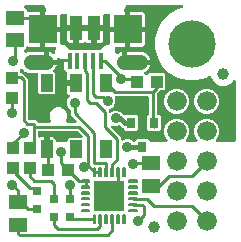
<source format=gbr>
G04 EAGLE Gerber RS-274X export*
G75*
%MOMM*%
%FSLAX34Y34*%
%LPD*%
%INTop Copper*%
%IPPOS*%
%AMOC8*
5,1,8,0,0,1.08239X$1,22.5*%
G01*
%ADD10C,0.140000*%
%ADD11R,2.500000X2.500000*%
%ADD12R,2.413000X2.413000*%
%ADD13C,1.308000*%
%ADD14R,0.400000X1.350000*%
%ADD15R,1.000000X2.000000*%
%ADD16R,1.500000X1.240000*%
%ADD17C,1.000000*%
%ADD18R,0.800000X0.800000*%
%ADD19R,1.000000X1.075000*%
%ADD20C,4.016000*%
%ADD21R,1.075000X1.000000*%
%ADD22C,1.676400*%
%ADD23R,0.787400X0.889000*%
%ADD24R,1.000000X1.500000*%
%ADD25C,0.254000*%
%ADD26C,0.906400*%
%ADD27C,0.406400*%

G36*
X111243Y82566D02*
X111243Y82566D01*
X111362Y82573D01*
X111400Y82586D01*
X111441Y82591D01*
X111551Y82634D01*
X111664Y82671D01*
X111699Y82693D01*
X111736Y82708D01*
X111832Y82778D01*
X111933Y82841D01*
X111961Y82871D01*
X111994Y82894D01*
X112070Y82986D01*
X112151Y83073D01*
X112171Y83108D01*
X112196Y83139D01*
X112245Y83243D01*
X113585Y84583D01*
X123143Y84583D01*
X124470Y83256D01*
X124476Y83246D01*
X124491Y83209D01*
X124560Y83113D01*
X124624Y83012D01*
X124654Y82984D01*
X124677Y82951D01*
X124769Y82876D01*
X124856Y82794D01*
X124891Y82774D01*
X124922Y82749D01*
X125030Y82698D01*
X125134Y82640D01*
X125174Y82630D01*
X125210Y82613D01*
X125327Y82591D01*
X125442Y82561D01*
X125502Y82557D01*
X125522Y82553D01*
X125543Y82555D01*
X125603Y82551D01*
X138416Y82551D01*
X138554Y82568D01*
X138693Y82581D01*
X138712Y82588D01*
X138732Y82591D01*
X138861Y82642D01*
X138992Y82689D01*
X139009Y82700D01*
X139028Y82708D01*
X139140Y82789D01*
X139255Y82867D01*
X139269Y82883D01*
X139285Y82894D01*
X139374Y83002D01*
X139466Y83106D01*
X139475Y83124D01*
X139488Y83139D01*
X139547Y83265D01*
X139610Y83389D01*
X139615Y83409D01*
X139623Y83427D01*
X139649Y83564D01*
X139680Y83699D01*
X139679Y83720D01*
X139683Y83740D01*
X139674Y83878D01*
X139670Y84017D01*
X139665Y84037D01*
X139663Y84057D01*
X139621Y84189D01*
X139582Y84323D01*
X139571Y84340D01*
X139565Y84359D01*
X139491Y84477D01*
X139420Y84597D01*
X139402Y84618D01*
X139395Y84628D01*
X139380Y84642D01*
X139314Y84718D01*
X138491Y85541D01*
X136905Y89368D01*
X136905Y93512D01*
X138491Y97339D01*
X141421Y100269D01*
X145248Y101855D01*
X149392Y101855D01*
X153219Y100269D01*
X156149Y97339D01*
X157735Y93512D01*
X157735Y89368D01*
X156149Y85541D01*
X155326Y84718D01*
X155241Y84608D01*
X155152Y84501D01*
X155144Y84482D01*
X155131Y84466D01*
X155076Y84339D01*
X155017Y84213D01*
X155013Y84193D01*
X155005Y84174D01*
X154983Y84036D01*
X154957Y83901D01*
X154958Y83880D01*
X154955Y83860D01*
X154968Y83721D01*
X154977Y83583D01*
X154983Y83564D01*
X154985Y83544D01*
X155032Y83412D01*
X155075Y83281D01*
X155086Y83263D01*
X155092Y83244D01*
X155171Y83129D01*
X155245Y83012D01*
X155260Y82998D01*
X155271Y82981D01*
X155375Y82889D01*
X155477Y82794D01*
X155494Y82784D01*
X155509Y82771D01*
X155633Y82708D01*
X155755Y82640D01*
X155775Y82635D01*
X155793Y82626D01*
X155929Y82596D01*
X156063Y82561D01*
X156091Y82559D01*
X156103Y82557D01*
X156123Y82557D01*
X156224Y82551D01*
X163816Y82551D01*
X163954Y82568D01*
X164093Y82581D01*
X164112Y82588D01*
X164132Y82591D01*
X164261Y82642D01*
X164392Y82689D01*
X164409Y82700D01*
X164428Y82708D01*
X164540Y82789D01*
X164655Y82867D01*
X164669Y82883D01*
X164685Y82894D01*
X164774Y83002D01*
X164866Y83106D01*
X164875Y83124D01*
X164888Y83139D01*
X164947Y83265D01*
X165010Y83389D01*
X165015Y83409D01*
X165023Y83427D01*
X165049Y83564D01*
X165080Y83699D01*
X165079Y83720D01*
X165083Y83740D01*
X165074Y83878D01*
X165070Y84017D01*
X165065Y84037D01*
X165063Y84057D01*
X165021Y84189D01*
X164982Y84323D01*
X164971Y84340D01*
X164965Y84359D01*
X164891Y84477D01*
X164820Y84597D01*
X164802Y84618D01*
X164795Y84628D01*
X164780Y84642D01*
X164714Y84718D01*
X163891Y85541D01*
X162305Y89368D01*
X162305Y93512D01*
X163891Y97339D01*
X166821Y100269D01*
X170648Y101855D01*
X174792Y101855D01*
X178619Y100269D01*
X181549Y97339D01*
X183135Y93512D01*
X183135Y89368D01*
X181549Y85541D01*
X180726Y84718D01*
X180641Y84608D01*
X180552Y84501D01*
X180544Y84482D01*
X180531Y84466D01*
X180476Y84339D01*
X180417Y84213D01*
X180413Y84193D01*
X180405Y84174D01*
X180383Y84036D01*
X180357Y83901D01*
X180358Y83880D01*
X180355Y83860D01*
X180368Y83721D01*
X180377Y83583D01*
X180383Y83564D01*
X180385Y83544D01*
X180432Y83412D01*
X180475Y83281D01*
X180486Y83263D01*
X180492Y83244D01*
X180571Y83129D01*
X180645Y83012D01*
X180660Y82998D01*
X180671Y82981D01*
X180775Y82889D01*
X180877Y82794D01*
X180894Y82784D01*
X180909Y82771D01*
X181033Y82708D01*
X181155Y82640D01*
X181175Y82635D01*
X181193Y82626D01*
X181329Y82596D01*
X181463Y82561D01*
X181491Y82559D01*
X181503Y82557D01*
X181523Y82557D01*
X181624Y82551D01*
X196088Y82551D01*
X196206Y82566D01*
X196325Y82573D01*
X196363Y82586D01*
X196404Y82591D01*
X196514Y82634D01*
X196627Y82671D01*
X196662Y82693D01*
X196699Y82708D01*
X196795Y82778D01*
X196896Y82841D01*
X196924Y82871D01*
X196957Y82894D01*
X197033Y82986D01*
X197114Y83073D01*
X197134Y83108D01*
X197159Y83139D01*
X197210Y83247D01*
X197268Y83351D01*
X197278Y83391D01*
X197295Y83427D01*
X197317Y83544D01*
X197347Y83659D01*
X197351Y83720D01*
X197355Y83740D01*
X197353Y83760D01*
X197357Y83820D01*
X197357Y133438D01*
X197339Y133582D01*
X197324Y133727D01*
X197319Y133740D01*
X197317Y133753D01*
X197264Y133889D01*
X197213Y134025D01*
X197205Y134037D01*
X197200Y134049D01*
X197115Y134167D01*
X197032Y134287D01*
X197021Y134296D01*
X197014Y134306D01*
X196902Y134399D01*
X196791Y134495D01*
X196779Y134501D01*
X196769Y134509D01*
X196637Y134571D01*
X196506Y134636D01*
X196493Y134639D01*
X196481Y134645D01*
X196339Y134672D01*
X196195Y134703D01*
X196182Y134702D01*
X196169Y134705D01*
X196024Y134696D01*
X195878Y134690D01*
X195864Y134686D01*
X195851Y134685D01*
X195713Y134640D01*
X195573Y134598D01*
X195561Y134591D01*
X195549Y134587D01*
X195426Y134509D01*
X195301Y134434D01*
X195291Y134424D01*
X195280Y134417D01*
X195180Y134311D01*
X195078Y134207D01*
X195068Y134191D01*
X195062Y134185D01*
X195054Y134170D01*
X194989Y134073D01*
X194011Y132379D01*
X189370Y129699D01*
X184010Y129699D01*
X179369Y132379D01*
X176689Y137020D01*
X176689Y137299D01*
X176673Y137431D01*
X176662Y137563D01*
X176653Y137588D01*
X176649Y137615D01*
X176601Y137738D01*
X176557Y137863D01*
X176542Y137886D01*
X176532Y137911D01*
X176455Y138018D01*
X176381Y138128D01*
X176361Y138146D01*
X176346Y138168D01*
X176243Y138253D01*
X176145Y138341D01*
X176121Y138354D01*
X176101Y138371D01*
X175981Y138427D01*
X175864Y138489D01*
X175837Y138495D01*
X175813Y138506D01*
X175683Y138531D01*
X175554Y138562D01*
X175527Y138561D01*
X175501Y138566D01*
X175369Y138558D01*
X175236Y138555D01*
X175210Y138548D01*
X175183Y138546D01*
X175057Y138506D01*
X174930Y138470D01*
X174895Y138453D01*
X174881Y138448D01*
X174862Y138437D01*
X174785Y138399D01*
X171968Y136772D01*
X164083Y134659D01*
X155921Y134659D01*
X148036Y136772D01*
X140967Y140853D01*
X135195Y146625D01*
X131114Y153694D01*
X129001Y161579D01*
X129001Y169741D01*
X131114Y177626D01*
X135195Y184695D01*
X140967Y190467D01*
X148036Y194548D01*
X152052Y195624D01*
X152193Y195682D01*
X152334Y195738D01*
X152340Y195742D01*
X152346Y195744D01*
X152469Y195835D01*
X152592Y195924D01*
X152596Y195930D01*
X152601Y195934D01*
X152697Y196052D01*
X152795Y196169D01*
X152797Y196176D01*
X152802Y196181D01*
X152865Y196319D01*
X152930Y196457D01*
X152931Y196464D01*
X152934Y196470D01*
X152961Y196620D01*
X152990Y196770D01*
X152989Y196776D01*
X152991Y196783D01*
X152980Y196936D01*
X152970Y197087D01*
X152968Y197093D01*
X152968Y197100D01*
X152919Y197246D01*
X152872Y197389D01*
X152869Y197395D01*
X152866Y197402D01*
X152783Y197531D01*
X152702Y197658D01*
X152697Y197663D01*
X152693Y197668D01*
X152580Y197772D01*
X152470Y197876D01*
X152464Y197879D01*
X152459Y197884D01*
X152324Y197957D01*
X152192Y198030D01*
X152185Y198031D01*
X152179Y198034D01*
X152031Y198071D01*
X151884Y198109D01*
X151875Y198110D01*
X151871Y198111D01*
X151860Y198111D01*
X151723Y198119D01*
X105195Y198119D01*
X105166Y198116D01*
X105136Y198118D01*
X105008Y198096D01*
X104879Y198079D01*
X104852Y198069D01*
X104823Y198064D01*
X104704Y198010D01*
X104584Y197962D01*
X104560Y197945D01*
X104533Y197933D01*
X104432Y197852D01*
X104326Y197776D01*
X104308Y197753D01*
X104285Y197734D01*
X104206Y197631D01*
X104124Y197531D01*
X104111Y197504D01*
X104093Y197480D01*
X104022Y197336D01*
X102691Y194121D01*
X102685Y194099D01*
X102646Y194018D01*
X102643Y193999D01*
X102635Y193981D01*
X102613Y193843D01*
X102609Y193823D01*
X102607Y193814D01*
X102607Y193810D01*
X102587Y193705D01*
X102588Y193686D01*
X102585Y193667D01*
X102598Y193528D01*
X102606Y193388D01*
X102612Y193370D01*
X102614Y193351D01*
X102661Y193218D01*
X102704Y193086D01*
X102715Y193069D01*
X102721Y193051D01*
X102800Y192935D01*
X102875Y192817D01*
X102889Y192804D01*
X102899Y192788D01*
X103004Y192695D01*
X103106Y192599D01*
X103123Y192590D01*
X103137Y192577D01*
X103262Y192513D01*
X103385Y192445D01*
X103403Y192441D01*
X103421Y192432D01*
X103557Y192401D01*
X103601Y192390D01*
X103601Y188070D01*
X103601Y188068D01*
X103601Y188066D01*
X103621Y187905D01*
X103641Y187754D01*
X103641Y187752D01*
X103642Y187750D01*
X103703Y187598D01*
X103758Y187459D01*
X103759Y187457D01*
X103759Y187455D01*
X103856Y187323D01*
X103944Y187201D01*
X103946Y187200D01*
X103947Y187198D01*
X104067Y187100D01*
X104189Y186998D01*
X104191Y186998D01*
X104193Y186996D01*
X104341Y186927D01*
X104477Y186863D01*
X104479Y186863D01*
X104481Y186862D01*
X104639Y186832D01*
X104789Y186803D01*
X104791Y186803D01*
X104793Y186803D01*
X104954Y186803D01*
X105560Y186844D01*
X105575Y186847D01*
X105590Y186846D01*
X105710Y186872D01*
X105766Y186869D01*
X105770Y186869D01*
X105773Y186868D01*
X105934Y186869D01*
X105956Y186870D01*
X105966Y186869D01*
X105980Y186865D01*
X106140Y186844D01*
X106746Y186803D01*
X106748Y186803D01*
X106750Y186803D01*
X106907Y186813D01*
X107063Y186822D01*
X107065Y186823D01*
X107067Y186823D01*
X107217Y186871D01*
X107366Y186919D01*
X107368Y186920D01*
X107369Y186921D01*
X107503Y187005D01*
X107635Y187089D01*
X107636Y187090D01*
X107638Y187091D01*
X107749Y187208D01*
X107854Y187319D01*
X107855Y187321D01*
X107856Y187323D01*
X107929Y187455D01*
X108008Y187598D01*
X108009Y187599D01*
X108010Y187601D01*
X108048Y187750D01*
X108089Y187905D01*
X108089Y187907D01*
X108089Y187909D01*
X108099Y188070D01*
X108099Y192356D01*
X118249Y192356D01*
X118896Y192183D01*
X119475Y191848D01*
X119948Y191375D01*
X120283Y190796D01*
X120456Y190149D01*
X120456Y179999D01*
X114160Y179999D01*
X114042Y179984D01*
X113923Y179977D01*
X113885Y179964D01*
X113844Y179959D01*
X113734Y179916D01*
X113621Y179879D01*
X113586Y179857D01*
X113549Y179842D01*
X113453Y179773D01*
X113352Y179709D01*
X113324Y179679D01*
X113291Y179656D01*
X113215Y179564D01*
X113134Y179477D01*
X113114Y179442D01*
X113089Y179411D01*
X113038Y179303D01*
X112980Y179199D01*
X112970Y179159D01*
X112953Y179123D01*
X112931Y179006D01*
X112901Y178891D01*
X112897Y178831D01*
X112893Y178811D01*
X112895Y178790D01*
X112891Y178730D01*
X112891Y176770D01*
X112906Y176652D01*
X112913Y176533D01*
X112926Y176495D01*
X112931Y176454D01*
X112974Y176344D01*
X113011Y176231D01*
X113033Y176196D01*
X113048Y176159D01*
X113117Y176062D01*
X113181Y175962D01*
X113211Y175934D01*
X113234Y175901D01*
X113326Y175825D01*
X113413Y175744D01*
X113448Y175724D01*
X113479Y175699D01*
X113587Y175648D01*
X113691Y175590D01*
X113731Y175580D01*
X113767Y175563D01*
X113884Y175541D01*
X113999Y175511D01*
X114059Y175507D01*
X114079Y175503D01*
X114100Y175505D01*
X114160Y175501D01*
X120456Y175501D01*
X120456Y165351D01*
X120283Y164704D01*
X119948Y164125D01*
X119475Y163652D01*
X118896Y163317D01*
X118249Y163144D01*
X108099Y163144D01*
X108099Y167440D01*
X108084Y167558D01*
X108077Y167677D01*
X108064Y167715D01*
X108059Y167756D01*
X108016Y167866D01*
X107979Y167979D01*
X107957Y168014D01*
X107942Y168051D01*
X107873Y168147D01*
X107809Y168248D01*
X107779Y168276D01*
X107756Y168309D01*
X107664Y168385D01*
X107577Y168466D01*
X107542Y168486D01*
X107511Y168511D01*
X107403Y168562D01*
X107299Y168620D01*
X107259Y168630D01*
X107223Y168647D01*
X107106Y168669D01*
X106991Y168699D01*
X106931Y168703D01*
X106911Y168707D01*
X106890Y168705D01*
X106830Y168709D01*
X104870Y168709D01*
X104752Y168694D01*
X104633Y168687D01*
X104595Y168674D01*
X104554Y168669D01*
X104444Y168626D01*
X104331Y168589D01*
X104296Y168567D01*
X104259Y168552D01*
X104162Y168483D01*
X104062Y168419D01*
X104034Y168389D01*
X104001Y168366D01*
X103925Y168274D01*
X103844Y168187D01*
X103824Y168152D01*
X103799Y168121D01*
X103748Y168013D01*
X103690Y167909D01*
X103680Y167869D01*
X103663Y167833D01*
X103641Y167716D01*
X103611Y167601D01*
X103607Y167541D01*
X103603Y167521D01*
X103605Y167500D01*
X103601Y167440D01*
X103601Y163144D01*
X95968Y163144D01*
X95918Y163138D01*
X95869Y163140D01*
X95761Y163118D01*
X95652Y163104D01*
X95606Y163086D01*
X95557Y163076D01*
X95459Y163028D01*
X95357Y162987D01*
X95316Y162958D01*
X95272Y162936D01*
X95188Y162865D01*
X95099Y162801D01*
X95068Y162762D01*
X95030Y162730D01*
X94967Y162640D01*
X94896Y162556D01*
X94875Y162511D01*
X94847Y162470D01*
X94808Y162367D01*
X94761Y162268D01*
X94752Y162219D01*
X94734Y162173D01*
X94722Y162063D01*
X94701Y161956D01*
X94704Y161906D01*
X94699Y161857D01*
X94714Y161748D01*
X94721Y161638D01*
X94736Y161591D01*
X94743Y161542D01*
X94795Y161389D01*
X95391Y159952D01*
X95391Y158046D01*
X95396Y158006D01*
X95393Y157967D01*
X95416Y157849D01*
X95431Y157730D01*
X95445Y157693D01*
X95453Y157654D01*
X95504Y157546D01*
X95548Y157435D01*
X95571Y157403D01*
X95588Y157367D01*
X95664Y157274D01*
X95734Y157177D01*
X95765Y157152D01*
X95790Y157121D01*
X95887Y157051D01*
X95979Y156975D01*
X96015Y156958D01*
X96048Y156934D01*
X96159Y156890D01*
X96267Y156839D01*
X96306Y156832D01*
X96343Y156817D01*
X96462Y156802D01*
X96579Y156779D01*
X96619Y156782D01*
X96659Y156777D01*
X96777Y156792D01*
X96897Y156799D01*
X96935Y156811D01*
X96974Y156816D01*
X97086Y156860D01*
X97199Y156897D01*
X97233Y156918D01*
X97270Y156933D01*
X97406Y157019D01*
X98091Y157517D01*
X99364Y158165D01*
X100724Y158607D01*
X100851Y158627D01*
X100851Y150480D01*
X100866Y150362D01*
X100873Y150243D01*
X100885Y150205D01*
X100891Y150165D01*
X100934Y150054D01*
X100971Y149941D01*
X100993Y149907D01*
X101008Y149869D01*
X101077Y149773D01*
X101141Y149672D01*
X101171Y149644D01*
X101194Y149612D01*
X101286Y149536D01*
X101373Y149454D01*
X101408Y149435D01*
X101439Y149409D01*
X101547Y149358D01*
X101651Y149301D01*
X101691Y149291D01*
X101727Y149273D01*
X101844Y149251D01*
X101959Y149221D01*
X102019Y149217D01*
X102039Y149214D01*
X102060Y149215D01*
X102120Y149211D01*
X102311Y149211D01*
X102311Y149020D01*
X102326Y148902D01*
X102333Y148783D01*
X102346Y148745D01*
X102351Y148704D01*
X102395Y148594D01*
X102431Y148481D01*
X102453Y148446D01*
X102468Y148409D01*
X102538Y148312D01*
X102601Y148212D01*
X102631Y148184D01*
X102655Y148151D01*
X102746Y148075D01*
X102833Y147994D01*
X102868Y147974D01*
X102900Y147949D01*
X103007Y147898D01*
X103112Y147840D01*
X103151Y147830D01*
X103187Y147813D01*
X103304Y147791D01*
X103420Y147761D01*
X103480Y147757D01*
X103500Y147753D01*
X103520Y147755D01*
X103580Y147751D01*
X124807Y147751D01*
X124787Y147624D01*
X124345Y146264D01*
X123697Y144991D01*
X122856Y143834D01*
X121846Y142824D01*
X120689Y141983D01*
X120489Y141881D01*
X120488Y141881D01*
X120369Y141800D01*
X120226Y141703D01*
X120226Y141702D01*
X120225Y141702D01*
X120136Y141601D01*
X120015Y141464D01*
X119939Y141315D01*
X119871Y141181D01*
X119827Y140985D01*
X119801Y140871D01*
X119801Y140870D01*
X119806Y140699D01*
X119811Y140553D01*
X119811Y140552D01*
X119855Y140400D01*
X119899Y140247D01*
X119981Y140109D01*
X120061Y139973D01*
X120167Y139853D01*
X121023Y138997D01*
X121116Y138924D01*
X121206Y138845D01*
X121242Y138827D01*
X121274Y138802D01*
X121383Y138755D01*
X121489Y138701D01*
X121529Y138692D01*
X121566Y138676D01*
X121683Y138657D01*
X121799Y138631D01*
X121840Y138632D01*
X121880Y138626D01*
X121998Y138637D01*
X122117Y138641D01*
X122156Y138652D01*
X122196Y138656D01*
X122308Y138696D01*
X122423Y138729D01*
X122457Y138750D01*
X122496Y138763D01*
X122594Y138831D01*
X122697Y138891D01*
X122742Y138931D01*
X122759Y138942D01*
X122772Y138957D01*
X122818Y138997D01*
X124203Y140383D01*
X136637Y140383D01*
X137828Y139192D01*
X137828Y127508D01*
X136637Y126317D01*
X134054Y126317D01*
X133956Y126305D01*
X133857Y126302D01*
X133798Y126285D01*
X133738Y126277D01*
X133646Y126241D01*
X133551Y126213D01*
X133499Y126183D01*
X133443Y126160D01*
X133363Y126102D01*
X133277Y126052D01*
X133202Y125986D01*
X133185Y125974D01*
X133177Y125964D01*
X133156Y125946D01*
X130674Y123464D01*
X130614Y123385D01*
X130546Y123313D01*
X130517Y123260D01*
X130480Y123212D01*
X130440Y123121D01*
X130392Y123035D01*
X130377Y122976D01*
X130353Y122921D01*
X130338Y122823D01*
X130313Y122727D01*
X130307Y122627D01*
X130303Y122606D01*
X130305Y122594D01*
X130303Y122566D01*
X130303Y106172D01*
X130318Y106054D01*
X130325Y105935D01*
X130338Y105897D01*
X130343Y105856D01*
X130386Y105746D01*
X130423Y105633D01*
X130445Y105598D01*
X130460Y105561D01*
X130529Y105465D01*
X130593Y105364D01*
X130623Y105336D01*
X130646Y105303D01*
X130738Y105227D01*
X130825Y105146D01*
X130860Y105126D01*
X130891Y105101D01*
X130999Y105050D01*
X131103Y104992D01*
X131143Y104982D01*
X131179Y104965D01*
X131296Y104943D01*
X131411Y104913D01*
X131471Y104909D01*
X131491Y104905D01*
X131512Y104907D01*
X131572Y104903D01*
X132795Y104903D01*
X133986Y103712D01*
X133986Y93138D01*
X132795Y91947D01*
X130164Y91947D01*
X130066Y91935D01*
X129967Y91932D01*
X129908Y91915D01*
X129848Y91907D01*
X129756Y91871D01*
X129661Y91843D01*
X129609Y91813D01*
X129553Y91790D01*
X129473Y91732D01*
X129406Y91693D01*
X126627Y91693D01*
X126615Y91704D01*
X126562Y91733D01*
X126514Y91770D01*
X126423Y91810D01*
X126337Y91858D01*
X126278Y91873D01*
X126223Y91897D01*
X126125Y91912D01*
X126029Y91937D01*
X125929Y91943D01*
X125908Y91947D01*
X125896Y91945D01*
X125868Y91947D01*
X123237Y91947D01*
X122046Y93138D01*
X122046Y103712D01*
X123326Y104991D01*
X123386Y105069D01*
X123454Y105142D01*
X123483Y105195D01*
X123520Y105242D01*
X123560Y105333D01*
X123608Y105420D01*
X123623Y105479D01*
X123647Y105534D01*
X123662Y105632D01*
X123687Y105728D01*
X123693Y105828D01*
X123697Y105848D01*
X123695Y105861D01*
X123697Y105889D01*
X123697Y119888D01*
X123682Y120006D01*
X123675Y120125D01*
X123662Y120163D01*
X123657Y120204D01*
X123614Y120314D01*
X123577Y120427D01*
X123555Y120462D01*
X123540Y120499D01*
X123471Y120595D01*
X123407Y120696D01*
X123377Y120724D01*
X123354Y120757D01*
X123262Y120833D01*
X123175Y120914D01*
X123140Y120934D01*
X123109Y120959D01*
X123001Y121010D01*
X122897Y121068D01*
X122857Y121078D01*
X122821Y121095D01*
X122704Y121117D01*
X122589Y121147D01*
X122529Y121151D01*
X122509Y121155D01*
X122488Y121153D01*
X122428Y121157D01*
X96117Y121157D01*
X96068Y121151D01*
X96018Y121153D01*
X95911Y121131D01*
X95801Y121117D01*
X95755Y121099D01*
X95706Y121089D01*
X95608Y121041D01*
X95506Y121000D01*
X95465Y120971D01*
X95421Y120949D01*
X95337Y120878D01*
X95248Y120814D01*
X95217Y120775D01*
X95179Y120743D01*
X95116Y120653D01*
X95046Y120569D01*
X95024Y120524D01*
X94996Y120483D01*
X94957Y120380D01*
X94910Y120281D01*
X94901Y120232D01*
X94883Y120186D01*
X94871Y120076D01*
X94850Y119969D01*
X94853Y119919D01*
X94848Y119870D01*
X94863Y119761D01*
X94870Y119651D01*
X94885Y119604D01*
X94892Y119555D01*
X94944Y119402D01*
X95465Y118146D01*
X95465Y115534D01*
X94465Y113121D01*
X92619Y111275D01*
X90446Y110375D01*
X90421Y110360D01*
X90393Y110351D01*
X90359Y110330D01*
X90327Y110317D01*
X90261Y110269D01*
X90170Y110217D01*
X90149Y110197D01*
X90124Y110181D01*
X90090Y110145D01*
X90070Y110131D01*
X90028Y110080D01*
X89942Y109996D01*
X89926Y109971D01*
X89906Y109949D01*
X89878Y109898D01*
X89867Y109886D01*
X89847Y109842D01*
X89843Y109836D01*
X89775Y109725D01*
X89767Y109697D01*
X89752Y109671D01*
X89736Y109606D01*
X89732Y109598D01*
X89727Y109571D01*
X89720Y109545D01*
X89682Y109421D01*
X89680Y109392D01*
X89673Y109363D01*
X89663Y109202D01*
X89663Y108361D01*
X89680Y108223D01*
X89693Y108084D01*
X89700Y108065D01*
X89703Y108045D01*
X89754Y107916D01*
X89801Y107785D01*
X89812Y107768D01*
X89820Y107750D01*
X89901Y107637D01*
X89979Y107522D01*
X89995Y107509D01*
X90006Y107492D01*
X90114Y107403D01*
X90218Y107312D01*
X90236Y107302D01*
X90251Y107290D01*
X90377Y107230D01*
X90501Y107167D01*
X90521Y107163D01*
X90539Y107154D01*
X90675Y107128D01*
X90811Y107097D01*
X90832Y107098D01*
X90851Y107094D01*
X90990Y107103D01*
X91129Y107107D01*
X91149Y107113D01*
X91169Y107114D01*
X91301Y107157D01*
X91435Y107195D01*
X91452Y107206D01*
X91471Y107212D01*
X91589Y107286D01*
X91709Y107357D01*
X91730Y107376D01*
X91740Y107382D01*
X91754Y107397D01*
X91830Y107463D01*
X92166Y107800D01*
X94579Y108800D01*
X97191Y108800D01*
X99604Y107800D01*
X100732Y106671D01*
X100811Y106611D01*
X100883Y106543D01*
X100936Y106514D01*
X100984Y106477D01*
X101075Y106437D01*
X101161Y106389D01*
X101220Y106374D01*
X101276Y106350D01*
X101338Y106340D01*
X102457Y105222D01*
X102551Y105149D01*
X102640Y105070D01*
X102676Y105051D01*
X102708Y105027D01*
X102818Y104979D01*
X102924Y104925D01*
X102963Y104916D01*
X103000Y104900D01*
X103118Y104882D01*
X103234Y104856D01*
X103274Y104857D01*
X103314Y104850D01*
X103433Y104862D01*
X103552Y104865D01*
X103591Y104876D01*
X103631Y104880D01*
X103693Y104903D01*
X113491Y104903D01*
X114682Y103712D01*
X114682Y93138D01*
X113491Y91947D01*
X103933Y91947D01*
X102735Y93145D01*
X102727Y93209D01*
X102720Y93328D01*
X102707Y93366D01*
X102702Y93407D01*
X102659Y93517D01*
X102622Y93630D01*
X102600Y93665D01*
X102585Y93702D01*
X102516Y93798D01*
X102452Y93899D01*
X102422Y93927D01*
X102399Y93960D01*
X102307Y94036D01*
X102220Y94117D01*
X102185Y94137D01*
X102154Y94162D01*
X102046Y94213D01*
X101942Y94271D01*
X101902Y94281D01*
X101900Y94282D01*
X100138Y96043D01*
X100115Y96061D01*
X100096Y96084D01*
X99990Y96158D01*
X99887Y96238D01*
X99860Y96250D01*
X99836Y96267D01*
X99715Y96313D01*
X99595Y96364D01*
X99566Y96369D01*
X99539Y96380D01*
X99410Y96394D01*
X99281Y96414D01*
X99252Y96411D01*
X99222Y96415D01*
X99094Y96397D01*
X98965Y96384D01*
X98937Y96374D01*
X98908Y96370D01*
X98755Y96318D01*
X97191Y95670D01*
X94579Y95670D01*
X93699Y96035D01*
X93632Y96053D01*
X93568Y96081D01*
X93479Y96095D01*
X93393Y96119D01*
X93323Y96120D01*
X93254Y96131D01*
X93164Y96122D01*
X93075Y96124D01*
X93007Y96107D01*
X92937Y96101D01*
X92853Y96070D01*
X92765Y96050D01*
X92704Y96017D01*
X92638Y95993D01*
X92564Y95943D01*
X92484Y95901D01*
X92433Y95854D01*
X92375Y95815D01*
X92315Y95747D01*
X92249Y95687D01*
X92211Y95629D01*
X92164Y95576D01*
X92124Y95496D01*
X92074Y95421D01*
X92052Y95355D01*
X92020Y95293D01*
X92000Y95205D01*
X91971Y95120D01*
X91965Y95051D01*
X91950Y94983D01*
X91953Y94893D01*
X91946Y94803D01*
X91958Y94735D01*
X91960Y94665D01*
X91985Y94579D01*
X92000Y94490D01*
X92029Y94426D01*
X92048Y94359D01*
X92094Y94282D01*
X92131Y94200D01*
X92174Y94145D01*
X92210Y94085D01*
X92316Y93965D01*
X97516Y88764D01*
X99823Y86458D01*
X99823Y84796D01*
X99829Y84746D01*
X99827Y84697D01*
X99849Y84590D01*
X99863Y84480D01*
X99881Y84434D01*
X99891Y84385D01*
X99939Y84287D01*
X99980Y84185D01*
X100009Y84145D01*
X100031Y84100D01*
X100102Y84016D01*
X100166Y83927D01*
X100205Y83896D01*
X100237Y83858D01*
X100327Y83795D01*
X100411Y83724D01*
X100456Y83703D01*
X100497Y83675D01*
X100600Y83636D01*
X100699Y83589D01*
X100748Y83580D01*
X100794Y83562D01*
X100904Y83550D01*
X101011Y83529D01*
X101061Y83532D01*
X101110Y83527D01*
X101219Y83542D01*
X101329Y83549D01*
X101376Y83564D01*
X101425Y83571D01*
X101578Y83623D01*
X104104Y84670D01*
X106716Y84670D01*
X109129Y83670D01*
X109876Y82923D01*
X109955Y82862D01*
X110027Y82794D01*
X110080Y82765D01*
X110128Y82728D01*
X110219Y82688D01*
X110305Y82640D01*
X110364Y82625D01*
X110420Y82601D01*
X110518Y82586D01*
X110613Y82561D01*
X110713Y82555D01*
X110734Y82551D01*
X110746Y82553D01*
X110774Y82551D01*
X111125Y82551D01*
X111243Y82566D01*
G37*
G36*
X39532Y98559D02*
X39532Y98559D01*
X39582Y98557D01*
X39689Y98579D01*
X39798Y98593D01*
X39845Y98611D01*
X39893Y98621D01*
X39992Y98669D01*
X40094Y98710D01*
X40134Y98739D01*
X40179Y98761D01*
X40262Y98832D01*
X40351Y98896D01*
X40383Y98935D01*
X40421Y98967D01*
X40484Y99057D01*
X40554Y99141D01*
X40575Y99186D01*
X40604Y99227D01*
X40643Y99330D01*
X40690Y99429D01*
X40699Y99478D01*
X40717Y99524D01*
X40729Y99634D01*
X40749Y99741D01*
X40746Y99791D01*
X40752Y99840D01*
X40736Y99949D01*
X40730Y100059D01*
X40714Y100106D01*
X40707Y100155D01*
X40655Y100308D01*
X39689Y102640D01*
X39689Y105640D01*
X40837Y108411D01*
X42959Y110533D01*
X45730Y111681D01*
X48730Y111681D01*
X51501Y110533D01*
X53623Y108411D01*
X54771Y105640D01*
X54771Y102640D01*
X53805Y100308D01*
X53792Y100260D01*
X53770Y100215D01*
X53750Y100107D01*
X53721Y100001D01*
X53720Y99951D01*
X53711Y99902D01*
X53717Y99793D01*
X53716Y99683D01*
X53727Y99635D01*
X53730Y99585D01*
X53764Y99481D01*
X53790Y99374D01*
X53813Y99330D01*
X53828Y99283D01*
X53887Y99190D01*
X53939Y99093D01*
X53972Y99056D01*
X53999Y99014D01*
X54079Y98939D01*
X54152Y98857D01*
X54194Y98830D01*
X54230Y98796D01*
X54326Y98743D01*
X54418Y98683D01*
X54465Y98666D01*
X54509Y98642D01*
X54615Y98615D01*
X54719Y98579D01*
X54769Y98575D01*
X54817Y98563D01*
X54977Y98553D01*
X61352Y98553D01*
X61490Y98570D01*
X61629Y98583D01*
X61648Y98590D01*
X61668Y98593D01*
X61797Y98644D01*
X61928Y98691D01*
X61945Y98702D01*
X61963Y98710D01*
X62076Y98791D01*
X62191Y98869D01*
X62204Y98885D01*
X62221Y98896D01*
X62310Y99004D01*
X62402Y99108D01*
X62411Y99126D01*
X62424Y99141D01*
X62483Y99267D01*
X62546Y99391D01*
X62551Y99411D01*
X62559Y99429D01*
X62585Y99565D01*
X62616Y99701D01*
X62615Y99722D01*
X62619Y99741D01*
X62610Y99880D01*
X62606Y100019D01*
X62600Y100039D01*
X62599Y100059D01*
X62556Y100191D01*
X62518Y100325D01*
X62507Y100342D01*
X62501Y100361D01*
X62427Y100479D01*
X62356Y100599D01*
X62338Y100620D01*
X62331Y100630D01*
X62316Y100644D01*
X62250Y100719D01*
X59964Y103006D01*
X57657Y105312D01*
X57657Y109063D01*
X57645Y109161D01*
X57642Y109260D01*
X57625Y109318D01*
X57617Y109379D01*
X57581Y109471D01*
X57553Y109566D01*
X57523Y109618D01*
X57500Y109674D01*
X57442Y109754D01*
X57392Y109840D01*
X57326Y109915D01*
X57314Y109932D01*
X57304Y109939D01*
X57286Y109961D01*
X55395Y111851D01*
X54395Y114264D01*
X54395Y116876D01*
X55395Y119289D01*
X56430Y120323D01*
X56506Y120423D01*
X56589Y120518D01*
X56604Y120548D01*
X56624Y120575D01*
X56674Y120690D01*
X56730Y120803D01*
X56737Y120836D01*
X56751Y120867D01*
X56771Y120991D01*
X56797Y121114D01*
X56795Y121147D01*
X56801Y121181D01*
X56789Y121306D01*
X56784Y121431D01*
X56774Y121464D01*
X56771Y121497D01*
X56728Y121616D01*
X56692Y121736D01*
X56675Y121765D01*
X56663Y121797D01*
X56593Y121901D01*
X56528Y122008D01*
X56504Y122032D01*
X56485Y122060D01*
X56390Y122143D01*
X56301Y122231D01*
X56260Y122258D01*
X56246Y122270D01*
X56227Y122280D01*
X56167Y122320D01*
X55670Y122607D01*
X55197Y123080D01*
X54862Y123659D01*
X54689Y124306D01*
X54689Y129641D01*
X61000Y129641D01*
X61118Y129656D01*
X61237Y129663D01*
X61275Y129675D01*
X61315Y129681D01*
X61426Y129724D01*
X61539Y129761D01*
X61573Y129783D01*
X61611Y129798D01*
X61707Y129867D01*
X61808Y129931D01*
X61836Y129961D01*
X61868Y129984D01*
X61944Y130076D01*
X62026Y130163D01*
X62045Y130198D01*
X62071Y130229D01*
X62122Y130337D01*
X62179Y130441D01*
X62189Y130481D01*
X62207Y130517D01*
X62229Y130634D01*
X62259Y130749D01*
X62263Y130809D01*
X62266Y130829D01*
X62265Y130850D01*
X62269Y130910D01*
X62269Y133370D01*
X62254Y133488D01*
X62247Y133607D01*
X62234Y133645D01*
X62229Y133686D01*
X62185Y133796D01*
X62149Y133909D01*
X62127Y133944D01*
X62112Y133981D01*
X62042Y134077D01*
X61979Y134178D01*
X61949Y134206D01*
X61925Y134239D01*
X61834Y134315D01*
X61747Y134396D01*
X61712Y134416D01*
X61680Y134441D01*
X61573Y134492D01*
X61468Y134550D01*
X61429Y134560D01*
X61393Y134577D01*
X61276Y134599D01*
X61160Y134629D01*
X61100Y134633D01*
X61080Y134637D01*
X61060Y134635D01*
X61000Y134639D01*
X54689Y134639D01*
X54689Y139974D01*
X54783Y140324D01*
X54799Y140442D01*
X54823Y140558D01*
X54821Y140599D01*
X54826Y140639D01*
X54812Y140757D01*
X54806Y140876D01*
X54794Y140914D01*
X54790Y140955D01*
X54747Y141066D01*
X54711Y141179D01*
X54690Y141214D01*
X54676Y141252D01*
X54607Y141349D01*
X54544Y141450D01*
X54515Y141478D01*
X54492Y141511D01*
X54401Y141588D01*
X54315Y141670D01*
X54279Y141690D01*
X54249Y141716D01*
X54142Y141768D01*
X54038Y141827D01*
X53981Y141846D01*
X53962Y141855D01*
X53943Y141859D01*
X53885Y141878D01*
X53869Y141882D01*
X53290Y142217D01*
X52817Y142690D01*
X52482Y143269D01*
X52309Y143916D01*
X52309Y149731D01*
X56850Y149731D01*
X56968Y149746D01*
X57087Y149753D01*
X57125Y149765D01*
X57165Y149770D01*
X57276Y149814D01*
X57389Y149851D01*
X57423Y149873D01*
X57461Y149887D01*
X57557Y149957D01*
X57658Y150021D01*
X57686Y150051D01*
X57718Y150074D01*
X57794Y150166D01*
X57876Y150253D01*
X57895Y150288D01*
X57921Y150319D01*
X57972Y150427D01*
X58029Y150531D01*
X58039Y150570D01*
X58057Y150607D01*
X58079Y150724D01*
X58109Y150839D01*
X58113Y150899D01*
X58116Y150919D01*
X58116Y150920D01*
X58115Y150940D01*
X58119Y151000D01*
X58104Y151118D01*
X58097Y151237D01*
X58084Y151275D01*
X58079Y151316D01*
X58035Y151426D01*
X57999Y151540D01*
X57977Y151574D01*
X57962Y151611D01*
X57892Y151708D01*
X57828Y151808D01*
X57799Y151836D01*
X57775Y151869D01*
X57683Y151945D01*
X57597Y152026D01*
X57561Y152046D01*
X57530Y152072D01*
X57423Y152122D01*
X57318Y152180D01*
X57279Y152190D01*
X57243Y152207D01*
X57126Y152229D01*
X57010Y152259D01*
X56950Y152263D01*
X56930Y152267D01*
X56910Y152266D01*
X56850Y152269D01*
X51996Y152269D01*
X51989Y152276D01*
X51966Y152309D01*
X51874Y152385D01*
X51787Y152466D01*
X51752Y152486D01*
X51721Y152511D01*
X51613Y152562D01*
X51509Y152620D01*
X51469Y152630D01*
X51433Y152647D01*
X51316Y152669D01*
X51201Y152699D01*
X51141Y152703D01*
X51121Y152707D01*
X51100Y152705D01*
X51040Y152709D01*
X49148Y152709D01*
X47403Y153432D01*
X47316Y153456D01*
X47233Y153489D01*
X47164Y153498D01*
X47096Y153516D01*
X47007Y153518D01*
X46918Y153529D01*
X46848Y153520D01*
X46778Y153521D01*
X46691Y153500D01*
X46602Y153489D01*
X46537Y153463D01*
X46469Y153447D01*
X46390Y153405D01*
X46306Y153372D01*
X46250Y153331D01*
X46188Y153298D01*
X46121Y153238D01*
X46049Y153186D01*
X46004Y153132D01*
X45952Y153085D01*
X45903Y153010D01*
X45846Y152941D01*
X45816Y152877D01*
X45778Y152819D01*
X45749Y152734D01*
X45710Y152653D01*
X45697Y152584D01*
X45674Y152518D01*
X45667Y152429D01*
X45651Y152341D01*
X45655Y152271D01*
X45649Y152201D01*
X45665Y152113D01*
X45670Y152023D01*
X45701Y151902D01*
X45704Y151888D01*
X45706Y151882D01*
X45727Y151749D01*
X38849Y151749D01*
X38849Y158627D01*
X38976Y158607D01*
X40336Y158165D01*
X41609Y157517D01*
X42294Y157019D01*
X42329Y157000D01*
X42359Y156975D01*
X42468Y156924D01*
X42573Y156866D01*
X42611Y156856D01*
X42647Y156839D01*
X42764Y156817D01*
X42881Y156787D01*
X42921Y156787D01*
X42960Y156779D01*
X43079Y156787D01*
X43199Y156787D01*
X43237Y156797D01*
X43277Y156799D01*
X43391Y156836D01*
X43507Y156866D01*
X43542Y156885D01*
X43579Y156897D01*
X43681Y156961D01*
X43785Y157019D01*
X43814Y157046D01*
X43848Y157067D01*
X43930Y157155D01*
X44017Y157236D01*
X44039Y157270D01*
X44066Y157299D01*
X44124Y157404D01*
X44188Y157505D01*
X44200Y157543D01*
X44220Y157577D01*
X44249Y157693D01*
X44287Y157807D01*
X44289Y157847D01*
X44299Y157885D01*
X44309Y158046D01*
X44309Y159952D01*
X44905Y161389D01*
X44918Y161437D01*
X44939Y161482D01*
X44960Y161590D01*
X44989Y161696D01*
X44990Y161746D01*
X44999Y161795D01*
X44992Y161904D01*
X44994Y162014D01*
X44982Y162062D01*
X44979Y162112D01*
X44945Y162216D01*
X44920Y162323D01*
X44896Y162367D01*
X44881Y162414D01*
X44822Y162507D01*
X44771Y162604D01*
X44738Y162641D01*
X44711Y162683D01*
X44631Y162758D01*
X44557Y162840D01*
X44516Y162867D01*
X44479Y162901D01*
X44383Y162954D01*
X44291Y163014D01*
X44244Y163031D01*
X44201Y163055D01*
X44095Y163082D01*
X43990Y163118D01*
X43941Y163122D01*
X43893Y163134D01*
X43732Y163144D01*
X36099Y163144D01*
X36099Y167288D01*
X36094Y167328D01*
X36097Y167368D01*
X36074Y167485D01*
X36059Y167603D01*
X36045Y167641D01*
X36037Y167681D01*
X35986Y167788D01*
X35942Y167899D01*
X35919Y167932D01*
X35901Y167968D01*
X35826Y168060D01*
X35756Y168156D01*
X35724Y168182D01*
X35699Y168213D01*
X35602Y168283D01*
X35511Y168359D01*
X35474Y168376D01*
X35441Y168400D01*
X35330Y168444D01*
X35223Y168495D01*
X35183Y168502D01*
X35146Y168517D01*
X34987Y168547D01*
X34007Y168670D01*
X33930Y168670D01*
X33853Y168680D01*
X33693Y168670D01*
X33690Y168669D01*
X33689Y168669D01*
X32713Y168547D01*
X32673Y168537D01*
X32633Y168535D01*
X32520Y168498D01*
X32404Y168469D01*
X32369Y168449D01*
X32331Y168437D01*
X32230Y168373D01*
X32125Y168316D01*
X32096Y168288D01*
X32062Y168267D01*
X31980Y168180D01*
X31893Y168099D01*
X31872Y168064D01*
X31844Y168035D01*
X31786Y167931D01*
X31722Y167830D01*
X31710Y167792D01*
X31690Y167756D01*
X31661Y167641D01*
X31624Y167528D01*
X31621Y167488D01*
X31611Y167449D01*
X31601Y167288D01*
X31601Y163144D01*
X21451Y163144D01*
X21291Y163187D01*
X21166Y163204D01*
X21042Y163228D01*
X21009Y163226D01*
X20976Y163230D01*
X20850Y163216D01*
X20725Y163208D01*
X20693Y163198D01*
X20660Y163194D01*
X20542Y163149D01*
X20423Y163110D01*
X20394Y163092D01*
X20363Y163080D01*
X20260Y163007D01*
X20154Y162940D01*
X20131Y162915D01*
X20103Y162896D01*
X20022Y162800D01*
X19936Y162708D01*
X19920Y162679D01*
X19898Y162653D01*
X19843Y162540D01*
X19782Y162430D01*
X19774Y162397D01*
X19759Y162367D01*
X19734Y162244D01*
X19703Y162122D01*
X19700Y162073D01*
X19696Y162055D01*
X19697Y162034D01*
X19693Y161961D01*
X19693Y161258D01*
X18440Y160005D01*
X18366Y159910D01*
X18287Y159821D01*
X18269Y159785D01*
X18245Y159754D01*
X18197Y159644D01*
X18143Y159538D01*
X18134Y159498D01*
X18118Y159462D01*
X18100Y159344D01*
X18073Y159227D01*
X18075Y159187D01*
X18068Y159148D01*
X18080Y159028D01*
X18083Y158909D01*
X18094Y158871D01*
X18098Y158831D01*
X18139Y158719D01*
X18172Y158604D01*
X18192Y158569D01*
X18206Y158532D01*
X18273Y158433D01*
X18334Y158330D01*
X18362Y158302D01*
X18384Y158269D01*
X18474Y158189D01*
X18558Y158105D01*
X18593Y158085D01*
X18623Y158058D01*
X18730Y158004D01*
X18832Y157943D01*
X18870Y157932D01*
X18906Y157913D01*
X19023Y157887D01*
X19137Y157854D01*
X19177Y157853D01*
X19216Y157844D01*
X19336Y157847D01*
X19455Y157844D01*
X19494Y157852D01*
X19534Y157853D01*
X19649Y157887D01*
X19765Y157913D01*
X19820Y157936D01*
X19840Y157942D01*
X19857Y157952D01*
X19913Y157976D01*
X20284Y158165D01*
X21644Y158607D01*
X23055Y158831D01*
X34851Y158831D01*
X34851Y150480D01*
X34866Y150362D01*
X34873Y150243D01*
X34885Y150205D01*
X34891Y150165D01*
X34934Y150054D01*
X34971Y149941D01*
X34993Y149907D01*
X35008Y149869D01*
X35077Y149773D01*
X35141Y149672D01*
X35171Y149644D01*
X35194Y149612D01*
X35286Y149536D01*
X35373Y149454D01*
X35408Y149435D01*
X35439Y149409D01*
X35547Y149358D01*
X35651Y149301D01*
X35691Y149291D01*
X35727Y149273D01*
X35844Y149251D01*
X35959Y149221D01*
X36019Y149217D01*
X36039Y149214D01*
X36060Y149215D01*
X36120Y149211D01*
X36311Y149211D01*
X36311Y149020D01*
X36326Y148902D01*
X36333Y148783D01*
X36346Y148745D01*
X36351Y148704D01*
X36395Y148594D01*
X36431Y148481D01*
X36453Y148446D01*
X36468Y148409D01*
X36538Y148312D01*
X36601Y148212D01*
X36631Y148184D01*
X36655Y148151D01*
X36746Y148075D01*
X36833Y147994D01*
X36868Y147974D01*
X36900Y147949D01*
X37007Y147898D01*
X37112Y147840D01*
X37151Y147830D01*
X37187Y147813D01*
X37304Y147791D01*
X37420Y147761D01*
X37480Y147757D01*
X37500Y147753D01*
X37520Y147755D01*
X37580Y147751D01*
X45727Y147751D01*
X45707Y147624D01*
X45265Y146264D01*
X44617Y144991D01*
X43776Y143834D01*
X43241Y143299D01*
X43168Y143205D01*
X43089Y143115D01*
X43071Y143080D01*
X43046Y143048D01*
X42999Y142938D01*
X42945Y142832D01*
X42936Y142793D01*
X42920Y142756D01*
X42901Y142638D01*
X42875Y142522D01*
X42876Y142482D01*
X42870Y142442D01*
X42881Y142323D01*
X42885Y142204D01*
X42896Y142165D01*
X42900Y142125D01*
X42940Y142013D01*
X42973Y141899D01*
X42993Y141864D01*
X43007Y141826D01*
X43074Y141727D01*
X43135Y141625D01*
X43174Y141579D01*
X43186Y141563D01*
X43201Y141549D01*
X43241Y141504D01*
X44263Y140482D01*
X44263Y123798D01*
X43072Y122607D01*
X31388Y122607D01*
X30197Y123798D01*
X30197Y139400D01*
X30182Y139518D01*
X30175Y139637D01*
X30162Y139675D01*
X30157Y139716D01*
X30114Y139826D01*
X30077Y139939D01*
X30055Y139974D01*
X30040Y140011D01*
X29971Y140107D01*
X29907Y140208D01*
X29877Y140236D01*
X29854Y140269D01*
X29762Y140345D01*
X29675Y140426D01*
X29640Y140446D01*
X29609Y140471D01*
X29501Y140522D01*
X29397Y140580D01*
X29357Y140590D01*
X29321Y140607D01*
X29204Y140629D01*
X29089Y140659D01*
X29029Y140663D01*
X29009Y140667D01*
X28988Y140665D01*
X28928Y140669D01*
X23055Y140669D01*
X21644Y140893D01*
X20284Y141335D01*
X19011Y141983D01*
X17854Y142824D01*
X16819Y143858D01*
X16710Y143943D01*
X16603Y144032D01*
X16584Y144041D01*
X16568Y144053D01*
X16441Y144109D01*
X16315Y144168D01*
X16295Y144172D01*
X16276Y144180D01*
X16138Y144202D01*
X16002Y144228D01*
X15982Y144226D01*
X15962Y144230D01*
X15823Y144216D01*
X15685Y144208D01*
X15666Y144202D01*
X15646Y144200D01*
X15514Y144153D01*
X15383Y144110D01*
X15365Y144099D01*
X15346Y144092D01*
X15231Y144014D01*
X15114Y143940D01*
X15100Y143925D01*
X15083Y143914D01*
X14991Y143810D01*
X14896Y143708D01*
X14886Y143690D01*
X14873Y143675D01*
X14810Y143551D01*
X14742Y143430D01*
X14737Y143410D01*
X14728Y143392D01*
X14698Y143256D01*
X14663Y143122D01*
X14661Y143094D01*
X14658Y143082D01*
X14659Y143061D01*
X14653Y142961D01*
X14653Y141732D01*
X14668Y141614D01*
X14675Y141495D01*
X14688Y141457D01*
X14693Y141416D01*
X14736Y141306D01*
X14773Y141193D01*
X14795Y141158D01*
X14810Y141121D01*
X14879Y141025D01*
X14943Y140924D01*
X14973Y140896D01*
X14996Y140863D01*
X15088Y140787D01*
X15175Y140706D01*
X15210Y140686D01*
X15241Y140661D01*
X15349Y140610D01*
X15453Y140552D01*
X15493Y140542D01*
X15529Y140525D01*
X15646Y140503D01*
X15761Y140473D01*
X15821Y140469D01*
X15841Y140465D01*
X15862Y140467D01*
X15922Y140463D01*
X16608Y140463D01*
X21083Y135988D01*
X21083Y102614D01*
X21095Y102516D01*
X21098Y102417D01*
X21115Y102358D01*
X21123Y102298D01*
X21159Y102206D01*
X21187Y102111D01*
X21217Y102059D01*
X21240Y102003D01*
X21298Y101923D01*
X21348Y101837D01*
X21414Y101762D01*
X21426Y101745D01*
X21436Y101737D01*
X21454Y101716D01*
X21706Y101464D01*
X21785Y101404D01*
X21857Y101336D01*
X21910Y101307D01*
X21958Y101270D01*
X22049Y101230D01*
X22135Y101182D01*
X22194Y101167D01*
X22249Y101143D01*
X22347Y101128D01*
X22443Y101103D01*
X22543Y101097D01*
X22564Y101093D01*
X22576Y101095D01*
X22604Y101093D01*
X28038Y101093D01*
X30206Y98924D01*
X30285Y98864D01*
X30357Y98796D01*
X30410Y98767D01*
X30458Y98730D01*
X30549Y98690D01*
X30635Y98642D01*
X30694Y98627D01*
X30749Y98603D01*
X30847Y98588D01*
X30943Y98563D01*
X31043Y98557D01*
X31064Y98553D01*
X31076Y98555D01*
X31104Y98553D01*
X39483Y98553D01*
X39532Y98559D01*
G37*
G36*
X82421Y159786D02*
X82421Y159786D01*
X82450Y159784D01*
X82578Y159806D01*
X82707Y159823D01*
X82734Y159833D01*
X82763Y159838D01*
X82882Y159892D01*
X83002Y159940D01*
X83026Y159957D01*
X83053Y159969D01*
X83155Y160050D01*
X83260Y160126D01*
X83279Y160149D01*
X83302Y160168D01*
X83380Y160271D01*
X83463Y160371D01*
X83475Y160398D01*
X83493Y160422D01*
X83564Y160566D01*
X84229Y162172D01*
X85928Y163871D01*
X88148Y164791D01*
X89975Y164791D01*
X90093Y164806D01*
X90212Y164813D01*
X90250Y164826D01*
X90291Y164831D01*
X90401Y164874D01*
X90514Y164911D01*
X90549Y164933D01*
X90586Y164948D01*
X90682Y165017D01*
X90783Y165081D01*
X90811Y165111D01*
X90844Y165134D01*
X90920Y165226D01*
X91001Y165313D01*
X91021Y165348D01*
X91046Y165379D01*
X91097Y165487D01*
X91155Y165591D01*
X91165Y165631D01*
X91182Y165667D01*
X91204Y165784D01*
X91234Y165899D01*
X91238Y165959D01*
X91242Y165979D01*
X91240Y166000D01*
X91244Y166060D01*
X91244Y175501D01*
X97540Y175501D01*
X97658Y175516D01*
X97777Y175523D01*
X97815Y175535D01*
X97856Y175541D01*
X97966Y175584D01*
X98079Y175621D01*
X98114Y175643D01*
X98151Y175658D01*
X98247Y175727D01*
X98348Y175791D01*
X98376Y175821D01*
X98409Y175844D01*
X98485Y175936D01*
X98566Y176023D01*
X98586Y176058D01*
X98611Y176089D01*
X98662Y176197D01*
X98720Y176301D01*
X98730Y176341D01*
X98747Y176377D01*
X98769Y176494D01*
X98799Y176609D01*
X98803Y176669D01*
X98807Y176689D01*
X98805Y176710D01*
X98809Y176770D01*
X98809Y178730D01*
X98794Y178848D01*
X98787Y178967D01*
X98774Y179005D01*
X98769Y179046D01*
X98726Y179156D01*
X98689Y179269D01*
X98667Y179304D01*
X98652Y179341D01*
X98583Y179437D01*
X98519Y179538D01*
X98489Y179566D01*
X98466Y179599D01*
X98374Y179675D01*
X98287Y179756D01*
X98252Y179776D01*
X98221Y179801D01*
X98113Y179852D01*
X98009Y179910D01*
X97969Y179920D01*
X97933Y179937D01*
X97816Y179959D01*
X97701Y179989D01*
X97641Y179993D01*
X97621Y179997D01*
X97600Y179995D01*
X97540Y179999D01*
X91244Y179999D01*
X91244Y189230D01*
X91229Y189348D01*
X91222Y189467D01*
X91209Y189505D01*
X91204Y189546D01*
X91161Y189656D01*
X91124Y189769D01*
X91102Y189804D01*
X91087Y189841D01*
X91018Y189937D01*
X90954Y190038D01*
X90924Y190066D01*
X90901Y190099D01*
X90809Y190175D01*
X90722Y190256D01*
X90687Y190276D01*
X90656Y190301D01*
X90548Y190352D01*
X90444Y190410D01*
X90404Y190420D01*
X90368Y190437D01*
X90251Y190459D01*
X90136Y190489D01*
X90076Y190493D01*
X90056Y190497D01*
X90035Y190495D01*
X89975Y190499D01*
X86160Y190499D01*
X86042Y190484D01*
X85923Y190477D01*
X85885Y190464D01*
X85844Y190459D01*
X85734Y190416D01*
X85621Y190379D01*
X85586Y190357D01*
X85549Y190342D01*
X85453Y190273D01*
X85352Y190209D01*
X85324Y190179D01*
X85291Y190156D01*
X85215Y190064D01*
X85134Y189977D01*
X85114Y189942D01*
X85089Y189911D01*
X85038Y189803D01*
X84980Y189699D01*
X84970Y189659D01*
X84953Y189623D01*
X84931Y189506D01*
X84901Y189391D01*
X84897Y189331D01*
X84893Y189311D01*
X84895Y189290D01*
X84891Y189230D01*
X84891Y181249D01*
X78580Y181249D01*
X78462Y181234D01*
X78343Y181227D01*
X78305Y181214D01*
X78265Y181209D01*
X78154Y181166D01*
X78041Y181129D01*
X78007Y181107D01*
X77969Y181092D01*
X77873Y181023D01*
X77772Y180959D01*
X77744Y180929D01*
X77712Y180906D01*
X77636Y180814D01*
X77554Y180727D01*
X77535Y180692D01*
X77509Y180661D01*
X77458Y180553D01*
X77401Y180449D01*
X77391Y180409D01*
X77373Y180373D01*
X77353Y180266D01*
X77349Y180296D01*
X77305Y180406D01*
X77269Y180519D01*
X77247Y180554D01*
X77232Y180591D01*
X77162Y180687D01*
X77099Y180788D01*
X77069Y180816D01*
X77045Y180849D01*
X76954Y180925D01*
X76867Y181006D01*
X76832Y181026D01*
X76800Y181051D01*
X76693Y181102D01*
X76588Y181160D01*
X76549Y181170D01*
X76513Y181187D01*
X76396Y181209D01*
X76280Y181239D01*
X76220Y181243D01*
X76200Y181247D01*
X76180Y181245D01*
X76120Y181249D01*
X63580Y181249D01*
X63462Y181234D01*
X63343Y181227D01*
X63305Y181214D01*
X63265Y181209D01*
X63154Y181166D01*
X63041Y181129D01*
X63007Y181107D01*
X62969Y181092D01*
X62873Y181023D01*
X62772Y180959D01*
X62744Y180929D01*
X62712Y180906D01*
X62636Y180814D01*
X62554Y180727D01*
X62535Y180692D01*
X62509Y180661D01*
X62458Y180553D01*
X62401Y180449D01*
X62391Y180409D01*
X62373Y180373D01*
X62353Y180266D01*
X62349Y180296D01*
X62305Y180406D01*
X62269Y180519D01*
X62247Y180554D01*
X62232Y180591D01*
X62162Y180687D01*
X62099Y180788D01*
X62069Y180816D01*
X62045Y180849D01*
X61954Y180925D01*
X61867Y181006D01*
X61832Y181026D01*
X61800Y181051D01*
X61693Y181102D01*
X61588Y181160D01*
X61549Y181170D01*
X61513Y181187D01*
X61396Y181209D01*
X61280Y181239D01*
X61220Y181243D01*
X61200Y181247D01*
X61180Y181245D01*
X61120Y181249D01*
X54809Y181249D01*
X54809Y189230D01*
X54794Y189348D01*
X54787Y189467D01*
X54774Y189505D01*
X54769Y189546D01*
X54726Y189656D01*
X54689Y189769D01*
X54667Y189804D01*
X54652Y189841D01*
X54583Y189937D01*
X54519Y190038D01*
X54489Y190066D01*
X54466Y190099D01*
X54374Y190175D01*
X54287Y190256D01*
X54252Y190276D01*
X54221Y190301D01*
X54113Y190352D01*
X54009Y190410D01*
X53969Y190420D01*
X53933Y190437D01*
X53816Y190459D01*
X53701Y190489D01*
X53641Y190493D01*
X53621Y190497D01*
X53600Y190495D01*
X53540Y190499D01*
X49725Y190499D01*
X49607Y190484D01*
X49488Y190477D01*
X49450Y190464D01*
X49409Y190459D01*
X49299Y190416D01*
X49186Y190379D01*
X49151Y190357D01*
X49114Y190342D01*
X49018Y190273D01*
X48917Y190209D01*
X48889Y190179D01*
X48856Y190156D01*
X48780Y190064D01*
X48699Y189977D01*
X48679Y189942D01*
X48654Y189911D01*
X48603Y189803D01*
X48545Y189699D01*
X48535Y189659D01*
X48518Y189623D01*
X48496Y189506D01*
X48466Y189391D01*
X48462Y189331D01*
X48458Y189311D01*
X48460Y189290D01*
X48456Y189230D01*
X48456Y179999D01*
X42160Y179999D01*
X42042Y179984D01*
X41923Y179977D01*
X41885Y179964D01*
X41844Y179959D01*
X41734Y179916D01*
X41621Y179879D01*
X41586Y179857D01*
X41549Y179842D01*
X41453Y179773D01*
X41352Y179709D01*
X41324Y179679D01*
X41291Y179656D01*
X41215Y179564D01*
X41134Y179477D01*
X41114Y179442D01*
X41089Y179411D01*
X41038Y179303D01*
X40980Y179199D01*
X40970Y179159D01*
X40953Y179123D01*
X40931Y179006D01*
X40901Y178891D01*
X40897Y178831D01*
X40893Y178811D01*
X40895Y178790D01*
X40891Y178730D01*
X40891Y176770D01*
X40906Y176652D01*
X40913Y176533D01*
X40926Y176495D01*
X40931Y176454D01*
X40974Y176344D01*
X41011Y176231D01*
X41033Y176196D01*
X41048Y176159D01*
X41117Y176062D01*
X41181Y175962D01*
X41211Y175934D01*
X41234Y175901D01*
X41326Y175825D01*
X41413Y175744D01*
X41448Y175724D01*
X41479Y175699D01*
X41587Y175648D01*
X41691Y175590D01*
X41731Y175580D01*
X41767Y175563D01*
X41884Y175541D01*
X41999Y175511D01*
X42059Y175507D01*
X42079Y175503D01*
X42100Y175505D01*
X42160Y175501D01*
X48456Y175501D01*
X48456Y166060D01*
X48471Y165942D01*
X48478Y165823D01*
X48491Y165785D01*
X48496Y165744D01*
X48539Y165634D01*
X48576Y165521D01*
X48598Y165486D01*
X48613Y165449D01*
X48682Y165353D01*
X48746Y165252D01*
X48776Y165224D01*
X48799Y165191D01*
X48891Y165115D01*
X48978Y165034D01*
X49013Y165014D01*
X49044Y164989D01*
X49152Y164938D01*
X49256Y164880D01*
X49295Y164870D01*
X49332Y164853D01*
X49449Y164831D01*
X49564Y164801D01*
X49624Y164797D01*
X49644Y164793D01*
X49665Y164795D01*
X49725Y164791D01*
X51552Y164791D01*
X53772Y163871D01*
X55471Y162172D01*
X55926Y161074D01*
X55940Y161049D01*
X55949Y161021D01*
X56019Y160911D01*
X56083Y160798D01*
X56104Y160777D01*
X56120Y160752D01*
X56214Y160663D01*
X56305Y160570D01*
X56330Y160554D01*
X56351Y160534D01*
X56465Y160471D01*
X56576Y160403D01*
X56604Y160395D01*
X56630Y160380D01*
X56755Y160348D01*
X56880Y160310D01*
X56909Y160308D01*
X56938Y160301D01*
X57098Y160291D01*
X59184Y160291D01*
X59831Y160118D01*
X60116Y159953D01*
X60201Y159917D01*
X60282Y159872D01*
X60347Y159856D01*
X60409Y159830D01*
X60501Y159816D01*
X60590Y159793D01*
X60707Y159786D01*
X60724Y159783D01*
X60732Y159784D01*
X60751Y159783D01*
X82391Y159783D01*
X82421Y159786D01*
G37*
%LPC*%
G36*
X145248Y106425D02*
X145248Y106425D01*
X141421Y108011D01*
X138491Y110941D01*
X136905Y114768D01*
X136905Y118912D01*
X138491Y122739D01*
X141421Y125669D01*
X145248Y127255D01*
X149392Y127255D01*
X153219Y125669D01*
X156149Y122739D01*
X157735Y118912D01*
X157735Y114768D01*
X156149Y110941D01*
X153219Y108011D01*
X149392Y106425D01*
X145248Y106425D01*
G37*
%LPD*%
%LPC*%
G36*
X170648Y106425D02*
X170648Y106425D01*
X166821Y108011D01*
X163891Y110941D01*
X162305Y114768D01*
X162305Y118912D01*
X163891Y122739D01*
X166821Y125669D01*
X170648Y127255D01*
X174792Y127255D01*
X178619Y125669D01*
X181549Y122739D01*
X183135Y118912D01*
X183135Y114768D01*
X181549Y110941D01*
X178619Y108011D01*
X174792Y106425D01*
X170648Y106425D01*
G37*
%LPD*%
G36*
X38578Y82566D02*
X38578Y82566D01*
X38697Y82573D01*
X38735Y82586D01*
X38776Y82591D01*
X38886Y82634D01*
X38999Y82671D01*
X39034Y82693D01*
X39071Y82708D01*
X39167Y82778D01*
X39268Y82841D01*
X39296Y82871D01*
X39329Y82894D01*
X39405Y82986D01*
X39486Y83073D01*
X39506Y83108D01*
X39531Y83139D01*
X39582Y83247D01*
X39640Y83351D01*
X39650Y83391D01*
X39667Y83427D01*
X39689Y83544D01*
X39719Y83659D01*
X39723Y83720D01*
X39727Y83740D01*
X39725Y83760D01*
X39729Y83820D01*
X39729Y86181D01*
X42564Y86181D01*
X43211Y86008D01*
X43790Y85673D01*
X44263Y85200D01*
X44598Y84621D01*
X44771Y83974D01*
X44771Y83820D01*
X44786Y83702D01*
X44793Y83583D01*
X44806Y83545D01*
X44811Y83504D01*
X44854Y83394D01*
X44891Y83281D01*
X44913Y83246D01*
X44928Y83209D01*
X44997Y83113D01*
X45061Y83012D01*
X45091Y82984D01*
X45114Y82951D01*
X45206Y82876D01*
X45293Y82794D01*
X45328Y82774D01*
X45359Y82749D01*
X45467Y82698D01*
X45571Y82640D01*
X45611Y82630D01*
X45647Y82613D01*
X45764Y82591D01*
X45879Y82561D01*
X45939Y82557D01*
X45959Y82553D01*
X45980Y82555D01*
X46040Y82551D01*
X53928Y82551D01*
X54046Y82566D01*
X54165Y82573D01*
X54203Y82586D01*
X54244Y82591D01*
X54354Y82634D01*
X54467Y82671D01*
X54502Y82693D01*
X54539Y82708D01*
X54635Y82778D01*
X54736Y82841D01*
X54764Y82871D01*
X54797Y82894D01*
X54873Y82986D01*
X54954Y83073D01*
X54974Y83108D01*
X54999Y83139D01*
X55050Y83247D01*
X55108Y83351D01*
X55118Y83391D01*
X55135Y83427D01*
X55157Y83544D01*
X55187Y83659D01*
X55191Y83720D01*
X55195Y83740D01*
X55193Y83760D01*
X55197Y83820D01*
X55197Y84482D01*
X56388Y85673D01*
X66612Y85673D01*
X66750Y85690D01*
X66889Y85703D01*
X66908Y85710D01*
X66928Y85713D01*
X67057Y85764D01*
X67188Y85811D01*
X67205Y85822D01*
X67223Y85830D01*
X67336Y85911D01*
X67451Y85989D01*
X67464Y86005D01*
X67481Y86016D01*
X67570Y86124D01*
X67662Y86228D01*
X67671Y86246D01*
X67684Y86261D01*
X67743Y86387D01*
X67806Y86511D01*
X67811Y86531D01*
X67819Y86549D01*
X67845Y86685D01*
X67876Y86821D01*
X67875Y86842D01*
X67879Y86861D01*
X67870Y87000D01*
X67866Y87139D01*
X67860Y87159D01*
X67859Y87179D01*
X67816Y87311D01*
X67778Y87445D01*
X67767Y87462D01*
X67761Y87481D01*
X67687Y87599D01*
X67616Y87719D01*
X67598Y87740D01*
X67591Y87750D01*
X67576Y87764D01*
X67510Y87839D01*
X63774Y91576D01*
X63695Y91636D01*
X63623Y91704D01*
X63570Y91733D01*
X63522Y91770D01*
X63431Y91810D01*
X63345Y91858D01*
X63286Y91873D01*
X63231Y91897D01*
X63133Y91912D01*
X63037Y91937D01*
X62937Y91943D01*
X62916Y91947D01*
X62904Y91945D01*
X62876Y91947D01*
X31242Y91947D01*
X31124Y91932D01*
X31005Y91925D01*
X30967Y91912D01*
X30926Y91907D01*
X30816Y91864D01*
X30703Y91827D01*
X30668Y91805D01*
X30631Y91790D01*
X30535Y91721D01*
X30434Y91657D01*
X30406Y91627D01*
X30373Y91604D01*
X30297Y91512D01*
X30216Y91425D01*
X30196Y91390D01*
X30171Y91359D01*
X30120Y91251D01*
X30062Y91147D01*
X30052Y91107D01*
X30035Y91071D01*
X30013Y90954D01*
X29983Y90839D01*
X29979Y90778D01*
X29975Y90759D01*
X29977Y90738D01*
X29973Y90678D01*
X29973Y87320D01*
X29988Y87195D01*
X29998Y87070D01*
X30008Y87038D01*
X30013Y87004D01*
X30059Y86887D01*
X30099Y86768D01*
X30117Y86740D01*
X30130Y86708D01*
X30203Y86607D01*
X30272Y86501D01*
X30297Y86478D01*
X30316Y86451D01*
X30413Y86371D01*
X30506Y86286D01*
X30535Y86270D01*
X30561Y86248D01*
X30675Y86195D01*
X30786Y86135D01*
X30819Y86127D01*
X30849Y86113D01*
X30973Y86089D01*
X31095Y86059D01*
X31128Y86059D01*
X31161Y86053D01*
X31287Y86061D01*
X31413Y86062D01*
X31461Y86072D01*
X31479Y86073D01*
X31499Y86079D01*
X31571Y86094D01*
X31896Y86181D01*
X34731Y86181D01*
X34731Y83820D01*
X34746Y83702D01*
X34753Y83583D01*
X34765Y83545D01*
X34771Y83504D01*
X34814Y83394D01*
X34851Y83281D01*
X34873Y83246D01*
X34888Y83209D01*
X34957Y83113D01*
X35021Y83012D01*
X35051Y82984D01*
X35074Y82951D01*
X35166Y82876D01*
X35253Y82794D01*
X35288Y82774D01*
X35319Y82749D01*
X35427Y82698D01*
X35531Y82640D01*
X35571Y82630D01*
X35607Y82613D01*
X35724Y82591D01*
X35839Y82561D01*
X35899Y82557D01*
X35919Y82553D01*
X35940Y82555D01*
X36000Y82551D01*
X38460Y82551D01*
X38578Y82566D01*
G37*
%LPC*%
G36*
X104849Y151749D02*
X104849Y151749D01*
X104849Y158831D01*
X116645Y158831D01*
X118056Y158607D01*
X119416Y158165D01*
X120689Y157517D01*
X121846Y156676D01*
X122856Y155666D01*
X123697Y154509D01*
X124345Y153236D01*
X124787Y151876D01*
X124807Y151749D01*
X104849Y151749D01*
G37*
%LPD*%
G36*
X34007Y186830D02*
X34007Y186830D01*
X34010Y186831D01*
X34011Y186831D01*
X34987Y186953D01*
X35027Y186963D01*
X35067Y186965D01*
X35180Y187002D01*
X35296Y187031D01*
X35331Y187051D01*
X35369Y187063D01*
X35470Y187127D01*
X35575Y187184D01*
X35604Y187212D01*
X35638Y187233D01*
X35720Y187320D01*
X35807Y187402D01*
X35828Y187436D01*
X35856Y187465D01*
X35914Y187569D01*
X35978Y187670D01*
X35990Y187708D01*
X36010Y187744D01*
X36039Y187859D01*
X36076Y187972D01*
X36079Y188012D01*
X36089Y188051D01*
X36099Y188212D01*
X36099Y192384D01*
X36125Y192387D01*
X36143Y192393D01*
X36162Y192396D01*
X36292Y192447D01*
X36424Y192495D01*
X36440Y192506D01*
X36458Y192513D01*
X36571Y192595D01*
X36687Y192674D01*
X36700Y192688D01*
X36715Y192699D01*
X36805Y192807D01*
X36897Y192912D01*
X36906Y192930D01*
X36918Y192944D01*
X36978Y193071D01*
X37041Y193196D01*
X37045Y193215D01*
X37054Y193232D01*
X37080Y193369D01*
X37110Y193506D01*
X37110Y193526D01*
X37113Y193544D01*
X37105Y193684D01*
X37100Y193824D01*
X37095Y193843D01*
X37094Y193862D01*
X37063Y193956D01*
X37061Y193968D01*
X37040Y194031D01*
X37011Y194130D01*
X37001Y194146D01*
X36996Y194164D01*
X36983Y194184D01*
X35678Y197336D01*
X35663Y197361D01*
X35654Y197389D01*
X35584Y197499D01*
X35520Y197612D01*
X35500Y197633D01*
X35484Y197658D01*
X35389Y197747D01*
X35299Y197840D01*
X35274Y197856D01*
X35252Y197876D01*
X35138Y197939D01*
X35028Y198007D01*
X34999Y198015D01*
X34974Y198030D01*
X34848Y198062D01*
X34724Y198100D01*
X34694Y198102D01*
X34666Y198109D01*
X34505Y198119D01*
X19477Y198119D01*
X19333Y198101D01*
X19188Y198086D01*
X19175Y198081D01*
X19162Y198079D01*
X19027Y198026D01*
X18890Y197975D01*
X18879Y197967D01*
X18866Y197962D01*
X18748Y197877D01*
X18629Y197794D01*
X18620Y197784D01*
X18609Y197776D01*
X18516Y197663D01*
X18421Y197553D01*
X18415Y197541D01*
X18406Y197531D01*
X18344Y197399D01*
X18279Y197268D01*
X18276Y197255D01*
X18271Y197243D01*
X18243Y197101D01*
X18213Y196957D01*
X18213Y196944D01*
X18211Y196931D01*
X18220Y196785D01*
X18226Y196639D01*
X18230Y196627D01*
X18231Y196613D01*
X18276Y196474D01*
X18317Y196335D01*
X18324Y196323D01*
X18329Y196311D01*
X18407Y196187D01*
X18482Y196063D01*
X18491Y196053D01*
X18499Y196042D01*
X18605Y195942D01*
X18709Y195840D01*
X18724Y195830D01*
X18730Y195824D01*
X18745Y195816D01*
X18843Y195751D01*
X19220Y195533D01*
X19693Y195060D01*
X20028Y194481D01*
X20201Y193834D01*
X20201Y193625D01*
X20216Y193506D01*
X20223Y193388D01*
X20236Y193350D01*
X20241Y193309D01*
X20284Y193199D01*
X20321Y193086D01*
X20343Y193051D01*
X20358Y193014D01*
X20427Y192918D01*
X20491Y192817D01*
X20521Y192789D01*
X20544Y192756D01*
X20636Y192680D01*
X20723Y192599D01*
X20758Y192579D01*
X20789Y192554D01*
X20897Y192503D01*
X21001Y192445D01*
X21041Y192435D01*
X21077Y192418D01*
X21194Y192396D01*
X21309Y192366D01*
X21369Y192362D01*
X21389Y192358D01*
X21410Y192360D01*
X21470Y192356D01*
X31601Y192356D01*
X31601Y188212D01*
X31606Y188172D01*
X31603Y188132D01*
X31626Y188015D01*
X31641Y187897D01*
X31655Y187859D01*
X31663Y187819D01*
X31714Y187712D01*
X31758Y187601D01*
X31781Y187568D01*
X31799Y187532D01*
X31874Y187440D01*
X31944Y187344D01*
X31976Y187318D01*
X32001Y187287D01*
X32098Y187217D01*
X32189Y187141D01*
X32226Y187124D01*
X32259Y187100D01*
X32369Y187056D01*
X32477Y187005D01*
X32517Y186998D01*
X32554Y186983D01*
X32713Y186953D01*
X33693Y186830D01*
X33770Y186830D01*
X33847Y186820D01*
X34007Y186830D01*
G37*
%LPC*%
G36*
X64849Y166209D02*
X64849Y166209D01*
X64849Y176251D01*
X74851Y176251D01*
X74851Y166209D01*
X72016Y166209D01*
X71369Y166382D01*
X70790Y166717D01*
X70748Y166759D01*
X70653Y166832D01*
X70564Y166911D01*
X70528Y166929D01*
X70496Y166954D01*
X70387Y167002D01*
X70281Y167056D01*
X70242Y167065D01*
X70205Y167081D01*
X70087Y167099D01*
X69971Y167125D01*
X69930Y167124D01*
X69890Y167130D01*
X69772Y167119D01*
X69653Y167116D01*
X69614Y167104D01*
X69574Y167101D01*
X69462Y167060D01*
X69347Y167027D01*
X69313Y167007D01*
X69274Y166993D01*
X69176Y166926D01*
X69073Y166866D01*
X69028Y166826D01*
X69011Y166815D01*
X68998Y166799D01*
X68953Y166759D01*
X68910Y166717D01*
X68331Y166382D01*
X67684Y166209D01*
X64849Y166209D01*
G37*
%LPD*%
%LPC*%
G36*
X79849Y166209D02*
X79849Y166209D01*
X79849Y176251D01*
X84891Y176251D01*
X84891Y168416D01*
X84718Y167769D01*
X84383Y167190D01*
X83910Y166717D01*
X83331Y166382D01*
X82684Y166209D01*
X79849Y166209D01*
G37*
%LPD*%
%LPC*%
G36*
X57016Y166209D02*
X57016Y166209D01*
X56369Y166382D01*
X55790Y166717D01*
X55317Y167190D01*
X54982Y167769D01*
X54809Y168416D01*
X54809Y176251D01*
X59851Y176251D01*
X59851Y166209D01*
X57016Y166209D01*
G37*
%LPD*%
D10*
X103370Y60130D02*
X103370Y53530D01*
X101970Y53530D01*
X101970Y60130D01*
X103370Y60130D01*
X103370Y54860D02*
X101970Y54860D01*
X101970Y56190D02*
X103370Y56190D01*
X103370Y57520D02*
X101970Y57520D01*
X101970Y58850D02*
X103370Y58850D01*
X98370Y60130D02*
X98370Y53530D01*
X96970Y53530D01*
X96970Y60130D01*
X98370Y60130D01*
X98370Y54860D02*
X96970Y54860D01*
X96970Y56190D02*
X98370Y56190D01*
X98370Y57520D02*
X96970Y57520D01*
X96970Y58850D02*
X98370Y58850D01*
X93370Y60130D02*
X93370Y53530D01*
X91970Y53530D01*
X91970Y60130D01*
X93370Y60130D01*
X93370Y54860D02*
X91970Y54860D01*
X91970Y56190D02*
X93370Y56190D01*
X93370Y57520D02*
X91970Y57520D01*
X91970Y58850D02*
X93370Y58850D01*
X88370Y60130D02*
X88370Y53530D01*
X86970Y53530D01*
X86970Y60130D01*
X88370Y60130D01*
X88370Y54860D02*
X86970Y54860D01*
X86970Y56190D02*
X88370Y56190D01*
X88370Y57520D02*
X86970Y57520D01*
X86970Y58850D02*
X88370Y58850D01*
X83370Y60130D02*
X83370Y53530D01*
X81970Y53530D01*
X81970Y60130D01*
X83370Y60130D01*
X83370Y54860D02*
X81970Y54860D01*
X81970Y56190D02*
X83370Y56190D01*
X83370Y57520D02*
X81970Y57520D01*
X81970Y58850D02*
X83370Y58850D01*
X78370Y60130D02*
X78370Y53530D01*
X76970Y53530D01*
X76970Y60130D01*
X78370Y60130D01*
X78370Y54860D02*
X76970Y54860D01*
X76970Y56190D02*
X78370Y56190D01*
X78370Y57520D02*
X76970Y57520D01*
X76970Y58850D02*
X78370Y58850D01*
X73470Y48630D02*
X66870Y48630D01*
X66870Y50030D01*
X73470Y50030D01*
X73470Y48630D01*
X73470Y49960D02*
X66870Y49960D01*
X66870Y43630D02*
X73470Y43630D01*
X66870Y43630D02*
X66870Y45030D01*
X73470Y45030D01*
X73470Y43630D01*
X73470Y44960D02*
X66870Y44960D01*
X66870Y38630D02*
X73470Y38630D01*
X66870Y38630D02*
X66870Y40030D01*
X73470Y40030D01*
X73470Y38630D01*
X73470Y39960D02*
X66870Y39960D01*
X66870Y33630D02*
X73470Y33630D01*
X66870Y33630D02*
X66870Y35030D01*
X73470Y35030D01*
X73470Y33630D01*
X73470Y34960D02*
X66870Y34960D01*
X66870Y28630D02*
X73470Y28630D01*
X66870Y28630D02*
X66870Y30030D01*
X73470Y30030D01*
X73470Y28630D01*
X73470Y29960D02*
X66870Y29960D01*
X66870Y23630D02*
X73470Y23630D01*
X66870Y23630D02*
X66870Y25030D01*
X73470Y25030D01*
X73470Y23630D01*
X73470Y24960D02*
X66870Y24960D01*
X76970Y20130D02*
X76970Y13530D01*
X76970Y20130D02*
X78370Y20130D01*
X78370Y13530D01*
X76970Y13530D01*
X76970Y14860D02*
X78370Y14860D01*
X78370Y16190D02*
X76970Y16190D01*
X76970Y17520D02*
X78370Y17520D01*
X78370Y18850D02*
X76970Y18850D01*
X81970Y20130D02*
X81970Y13530D01*
X81970Y20130D02*
X83370Y20130D01*
X83370Y13530D01*
X81970Y13530D01*
X81970Y14860D02*
X83370Y14860D01*
X83370Y16190D02*
X81970Y16190D01*
X81970Y17520D02*
X83370Y17520D01*
X83370Y18850D02*
X81970Y18850D01*
X86970Y20130D02*
X86970Y13530D01*
X86970Y20130D02*
X88370Y20130D01*
X88370Y13530D01*
X86970Y13530D01*
X86970Y14860D02*
X88370Y14860D01*
X88370Y16190D02*
X86970Y16190D01*
X86970Y17520D02*
X88370Y17520D01*
X88370Y18850D02*
X86970Y18850D01*
X91970Y20130D02*
X91970Y13530D01*
X91970Y20130D02*
X93370Y20130D01*
X93370Y13530D01*
X91970Y13530D01*
X91970Y14860D02*
X93370Y14860D01*
X93370Y16190D02*
X91970Y16190D01*
X91970Y17520D02*
X93370Y17520D01*
X93370Y18850D02*
X91970Y18850D01*
X96970Y20130D02*
X96970Y13530D01*
X96970Y20130D02*
X98370Y20130D01*
X98370Y13530D01*
X96970Y13530D01*
X96970Y14860D02*
X98370Y14860D01*
X98370Y16190D02*
X96970Y16190D01*
X96970Y17520D02*
X98370Y17520D01*
X98370Y18850D02*
X96970Y18850D01*
X101970Y20130D02*
X101970Y13530D01*
X101970Y20130D02*
X103370Y20130D01*
X103370Y13530D01*
X101970Y13530D01*
X101970Y14860D02*
X103370Y14860D01*
X103370Y16190D02*
X101970Y16190D01*
X101970Y17520D02*
X103370Y17520D01*
X103370Y18850D02*
X101970Y18850D01*
X106870Y25030D02*
X113470Y25030D01*
X113470Y23630D01*
X106870Y23630D01*
X106870Y25030D01*
X106870Y24960D02*
X113470Y24960D01*
X113470Y30030D02*
X106870Y30030D01*
X113470Y30030D02*
X113470Y28630D01*
X106870Y28630D01*
X106870Y30030D01*
X106870Y29960D02*
X113470Y29960D01*
X113470Y35030D02*
X106870Y35030D01*
X113470Y35030D02*
X113470Y33630D01*
X106870Y33630D01*
X106870Y35030D01*
X106870Y34960D02*
X113470Y34960D01*
X113470Y40030D02*
X106870Y40030D01*
X113470Y40030D02*
X113470Y38630D01*
X106870Y38630D01*
X106870Y40030D01*
X106870Y39960D02*
X113470Y39960D01*
X113470Y45030D02*
X106870Y45030D01*
X113470Y45030D02*
X113470Y43630D01*
X106870Y43630D01*
X106870Y45030D01*
X106870Y44960D02*
X113470Y44960D01*
X113470Y50030D02*
X106870Y50030D01*
X113470Y50030D02*
X113470Y48630D01*
X106870Y48630D01*
X106870Y50030D01*
X106870Y49960D02*
X113470Y49960D01*
D11*
X90170Y36830D03*
D12*
X33850Y177750D03*
X105850Y177750D03*
D13*
X102850Y149750D02*
X115930Y149750D01*
X36850Y149750D02*
X23770Y149750D01*
D14*
X82850Y151000D03*
X76350Y151000D03*
X69850Y151000D03*
X63350Y151000D03*
X56850Y151000D03*
D15*
X77350Y178750D03*
X62350Y178750D03*
D16*
X12700Y12090D03*
X12700Y31090D03*
X10160Y168300D03*
X10160Y187300D03*
X125730Y64110D03*
X125730Y45110D03*
D17*
X186690Y139700D03*
D18*
X43180Y19170D03*
X43180Y34170D03*
X57150Y19170D03*
X57150Y34170D03*
D19*
X22860Y60080D03*
X22860Y77080D03*
X7620Y119770D03*
X7620Y136770D03*
D20*
X160020Y165608D03*
D21*
X55490Y58420D03*
X38490Y58420D03*
D22*
X147320Y116840D03*
X172720Y116840D03*
X147320Y91440D03*
X172720Y91440D03*
X147320Y66040D03*
X172720Y66040D03*
X147320Y40640D03*
X172720Y40640D03*
X147320Y15240D03*
X172720Y15240D03*
D23*
X128016Y98425D03*
X108712Y98425D03*
X118364Y78105D03*
D21*
X130420Y133350D03*
X113420Y133350D03*
D24*
X87230Y76140D03*
X62230Y76140D03*
X37230Y76140D03*
X37230Y132140D03*
X62230Y132140D03*
X87230Y132140D03*
D17*
X128270Y10160D03*
D18*
X29210Y25520D03*
X29210Y40520D03*
D19*
X8890Y60080D03*
X8890Y77080D03*
D25*
X92670Y63460D02*
X96520Y67310D01*
X86360Y107950D02*
X78740Y115570D01*
X86360Y107950D02*
X86360Y95250D01*
X96520Y85090D01*
X96520Y67310D01*
X92670Y63460D02*
X92670Y56830D01*
X69850Y142240D02*
X69850Y151000D01*
X69850Y142240D02*
X71120Y140970D01*
X71120Y118110D01*
X73660Y115570D01*
X78740Y115570D01*
X87670Y64730D02*
X87670Y56830D01*
X87670Y64730D02*
X87630Y64770D01*
X77470Y64770D01*
X77470Y90170D01*
D26*
X60960Y115570D03*
D25*
X85090Y120650D02*
X88900Y116840D01*
D26*
X88900Y116840D03*
D25*
X77470Y90170D02*
X60960Y106680D01*
X60960Y115570D01*
X76200Y150850D02*
X76350Y151000D01*
X76200Y150850D02*
X76200Y123190D01*
X78740Y120650D01*
X85090Y120650D01*
X97670Y56830D02*
X97670Y45600D01*
D26*
X8255Y45720D03*
X48260Y86360D03*
X90170Y36830D03*
D25*
X125730Y45110D02*
X132740Y45110D01*
X140970Y53340D01*
X160020Y53340D01*
X172720Y66040D01*
X97670Y45600D02*
X90170Y38100D01*
X90170Y36830D01*
X12700Y41275D02*
X12700Y31090D01*
X12700Y41275D02*
X8255Y45720D01*
X21470Y25520D02*
X29210Y25520D01*
X21470Y25520D02*
X15900Y31090D01*
X12700Y31090D01*
X37230Y76140D02*
X35560Y77810D01*
X45720Y88900D02*
X48260Y86360D01*
X45720Y88900D02*
X45720Y90170D01*
X44450Y88900D01*
X35560Y88900D01*
X24300Y187300D02*
X10160Y187300D01*
X24300Y187300D02*
X33850Y177750D01*
X38490Y74880D02*
X38490Y58420D01*
X38490Y74880D02*
X37230Y76140D01*
X37230Y87230D01*
X35560Y88900D01*
D26*
X30480Y115570D03*
D25*
X92670Y16830D02*
X92670Y7580D01*
X88900Y3810D01*
X13970Y3810D01*
X12700Y5080D01*
X12700Y12090D01*
X70170Y44330D02*
X70170Y49330D01*
X49530Y64380D02*
X49530Y73660D01*
D26*
X49530Y73660D03*
D25*
X64970Y49330D02*
X70170Y49330D01*
D26*
X95885Y102235D03*
D25*
X59690Y54610D02*
X64970Y49330D01*
X59690Y54610D02*
X59300Y54610D01*
X104775Y98425D02*
X108712Y98425D01*
X55490Y58420D02*
X49530Y64380D01*
X55490Y58420D02*
X59300Y54610D01*
X10160Y152400D02*
X10160Y168300D01*
X10160Y152400D02*
X8890Y151130D01*
D26*
X8890Y151130D03*
X100330Y135890D03*
D25*
X86490Y151000D02*
X82850Y151000D01*
X86490Y151000D02*
X101600Y135890D01*
X100330Y135890D01*
X110880Y135890D02*
X113420Y133350D01*
X110880Y135890D02*
X100330Y135890D01*
D27*
X99695Y102235D02*
X103505Y98425D01*
X99695Y102235D02*
X95885Y102235D01*
X103505Y98425D02*
X108712Y98425D01*
D25*
X82670Y56830D02*
X77790Y56830D01*
X77670Y56830D01*
X77790Y56830D02*
X72390Y62230D01*
X72390Y87630D01*
D26*
X68580Y60960D03*
X110490Y63500D03*
D25*
X72390Y62230D02*
X68580Y62230D01*
X68580Y60960D01*
X111100Y64110D02*
X125730Y64110D01*
X111100Y64110D02*
X110490Y63500D01*
X26670Y95250D02*
X26670Y97790D01*
X26670Y95250D02*
X26670Y79620D01*
X25400Y79620D01*
X22860Y77080D01*
X17780Y134620D02*
X15240Y137160D01*
X17780Y134620D02*
X17780Y100720D01*
X20710Y97790D01*
X26670Y97790D01*
X64770Y95250D02*
X72390Y87630D01*
X64770Y95250D02*
X26670Y95250D01*
X15240Y137160D02*
X8010Y137160D01*
X7620Y136770D01*
X43180Y46990D02*
X43180Y34170D01*
X22860Y53340D02*
X22860Y60080D01*
X22860Y53340D02*
X26670Y49530D01*
X40640Y49530D01*
X43180Y46990D01*
D26*
X7620Y106680D03*
X57150Y45720D03*
D25*
X57150Y34170D01*
X7620Y106680D02*
X7620Y119770D01*
X46650Y8890D02*
X80010Y8890D01*
X82550Y11430D01*
X82550Y16710D01*
X82670Y16830D01*
X46650Y8890D02*
X43180Y12360D01*
X43180Y19170D01*
X59490Y16830D02*
X77670Y16830D01*
X59490Y16830D02*
X57150Y19170D01*
X110170Y34330D02*
X121880Y34330D01*
X128270Y27940D01*
X160020Y27940D01*
X172720Y15240D01*
X117990Y29330D02*
X110170Y29330D01*
X117990Y29330D02*
X119380Y27940D01*
X119380Y20320D01*
D26*
X114300Y15240D03*
D25*
X119380Y20320D01*
D27*
X118364Y78105D02*
X118364Y78740D01*
D26*
X105410Y78105D03*
D27*
X118364Y78105D01*
D25*
X128016Y94996D02*
X128016Y98425D01*
X94910Y124460D02*
X87230Y132140D01*
X94910Y124460D02*
X127000Y124460D01*
X130420Y127880D01*
X130420Y133350D01*
X127000Y124460D02*
X127000Y102979D01*
X128016Y101963D01*
X128016Y98425D01*
D26*
X17780Y90170D03*
D25*
X8890Y81280D02*
X8890Y77080D01*
X8890Y81280D02*
X17780Y90170D01*
X8890Y60080D02*
X10160Y58810D01*
X10160Y55880D01*
X22860Y43180D01*
X26550Y43180D01*
X29210Y40520D01*
M02*

</source>
